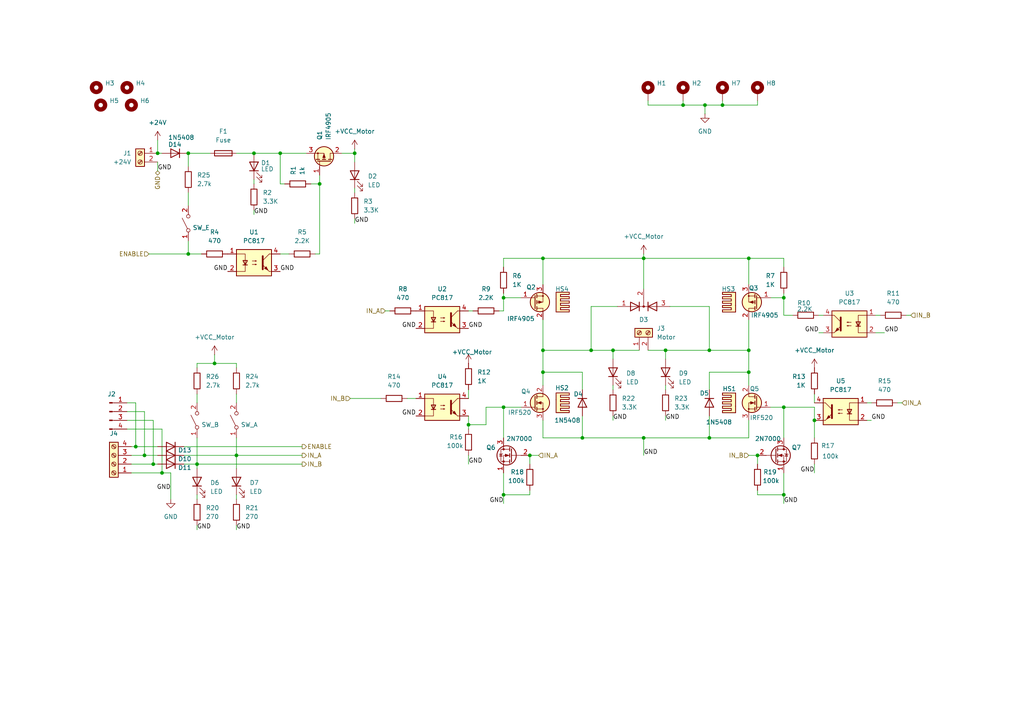
<source format=kicad_sch>
(kicad_sch (version 20231120) (generator "eeschema") (generator_version "8.0")
  (paper "A4")
  (lib_symbols
    (symbol "+24V_1" (power) (pin_numbers hide) (pin_names (offset 0) hide)
      (property "Value" "+24V" (at 0 3.556 0))
      (symbol "+24V_1_1_1"
        (pin power_in line (at 0 0 90) (length 0) (name "~") (number "1"))
      )
    )
    (symbol "Connector:Conn_01x04_Pin" (pin_names (offset 1.016) hide)
      (property "Reference" "J" (at 0 5.08 0))
      (property "Value" "Conn_01x04_Pin" (at 0 -7.62 0))
      (symbol "Conn_01x04_Pin_1_1"
        (pin passive line (at 5.08 2.54 180) (length 3.81) (name "Pin_1") (number "1"))
        (pin passive line (at 5.08 0 180) (length 3.81) (name "Pin_2") (number "2"))
        (pin passive line (at 5.08 -2.54 180) (length 3.81) (name "Pin_3") (number "3"))
        (pin passive line (at 5.08 -5.08 180) (length 3.81) (name "Pin_4") (number "4"))
      )
    )
    (symbol "Connector:Screw_Terminal_01x02" (pin_names (offset 1.016) hide)
      (property "Reference" "J" (at 0 2.54 0))
      (property "Value" "Screw_Terminal_01x02" (at 0 -5.08 0))
      (symbol "Screw_Terminal_01x02_1_1"
        (pin passive line (at -5.08 0 0) (length 3.81) (name "Pin_1") (number "1"))
        (pin passive line (at -5.08 -2.54 0) (length 3.81) (name "Pin_2") (number "2"))
      )
    )
    (symbol "Connector:Screw_Terminal_01x04" (pin_names (offset 1.016) hide)
      (property "Reference" "J" (at 0 5.08 0))
      (property "Value" "Screw_Terminal_01x04" (at 0 -7.62 0))
      (symbol "Screw_Terminal_01x04_1_1"
        (pin passive line (at -5.08 2.54 0) (length 3.81) (name "Pin_1") (number "1"))
        (pin passive line (at -5.08 0 0) (length 3.81) (name "Pin_2") (number "2"))
        (pin passive line (at -5.08 -2.54 0) (length 3.81) (name "Pin_3") (number "3"))
        (pin passive line (at -5.08 -5.08 0) (length 3.81) (name "Pin_4") (number "4"))
      )
    )
    (symbol "Device:D_Dual_CommonCathode_AAK" (pin_names (offset 0.762) hide)
      (property "Reference" "D3" (at 0 3.81 0))
      (symbol "D_Dual_CommonCathode_AAK_0_1"
        (pin passive line (at -7.62 0 0) (length 3.81) (name "A") (number "1"))
      )
      (symbol "D_Dual_CommonCathode_AAK_1_1"
        (pin passive line (at 0 -5.08 90) (length 2.54) (name "K") (number "2"))
        (pin passive line (at 7.62 0 180) (length 3.81) (name "A") (number "3"))
      )
    )
    (symbol "Device:Fuse" (pin_numbers hide) (pin_names (offset 0))
      (property "Reference" "F" (at 2.032 0 90))
      (property "Value" "Fuse" (at -1.905 0 90))
      (symbol "Fuse_1_1"
        (pin passive line (at 0 3.81 270) (length 1.27) (name "~") (number "1"))
        (pin passive line (at 0 -3.81 90) (length 1.27) (name "~") (number "2"))
      )
    )
    (symbol "Device:LED" (pin_numbers hide) (pin_names (offset 1.016) hide)
      (property "Reference" "D" (at 0 2.54 0))
      (property "Value" "LED" (at 0 -2.54 0))
      (symbol "LED_1_1"
        (pin passive line (at -3.81 0 0) (length 2.54) (name "K") (number "1"))
        (pin passive line (at 3.81 0 180) (length 2.54) (name "A") (number "2"))
      )
    )
    (symbol "Diode:1N4148" (pin_numbers hide) (pin_names hide)
      (property "Reference" "D" (at 0 2.54 0))
      (property "Value" "1N4148" (at 0 -2.54 0))
      (symbol "1N4148_1_1"
        (pin passive line (at -3.81 0 0) (length 2.54) (name "K") (number "1"))
        (pin passive line (at 3.81 0 180) (length 2.54) (name "A") (number "2"))
      )
    )
    (symbol "Diode:1N5406" (pin_numbers hide) (pin_names hide)
      (property "Reference" "D" (at 0 2.54 0))
      (property "Value" "1N5406" (at 0 -2.54 0))
      (symbol "1N5406_1_1"
        (pin passive line (at -3.81 0 0) (length 2.54) (name "K") (number "1"))
        (pin passive line (at 3.81 0 180) (length 2.54) (name "A") (number "2"))
      )
    )
    (symbol "Isolator:PC817" (pin_names (offset 1.016))
      (property "Reference" "U" (at -5.08 5.08 0))
      (property "Value" "PC817" (at 0 5.08 0))
      (symbol "PC817_1_1"
        (pin passive line (at -7.62 2.54 0) (length 2.54) (name "~") (number "1"))
        (pin passive line (at -7.62 -2.54 0) (length 2.54) (name "~") (number "2"))
        (pin passive line (at 7.62 -2.54 180) (length 2.54) (name "~") (number "3"))
        (pin passive line (at 7.62 2.54 180) (length 2.54) (name "~") (number "4"))
      )
    )
    (symbol "Mechanical:Heatsink" (pin_names (offset 1.016))
      (property "Reference" "HS" (at 0 5.08 0))
      (property "Value" "Heatsink" (at 0 -1.27 0))
    )
    (symbol "Mechanical:MountingHole" (pin_names (offset 1.016))
      (property "Reference" "H" (at 0 5.08 0))
      (property "Value" "MountingHole" (at 0 3.175 0))
    )
    (symbol "Mechanical:MountingHole_Pad" (pin_numbers hide) (pin_names (offset 1.016) hide)
      (property "Reference" "H" (at 0 6.35 0))
      (property "Value" "MountingHole_Pad" (at 0 4.445 0))
      (symbol "MountingHole_Pad_1_1"
        (pin input line (at 0 -2.54 90) (length 2.54) (name "1") (number "1"))
      )
    )
    (symbol "PCM_SL_Devices:Resistor_0.5W"
      (property "Reference" "R" (at 0 5.08 0))
      (property "Value" "Resistor_0.5W" (at 0 2.54 0))
      (symbol "Resistor_0.5W_1_1"
        (pin passive line (at -3.81 0 0) (length 1.5) (name "") (number "1"))
        (pin passive line (at 3.81 0 180) (length 1.5) (name "~") (number "2"))
      )
    )
    (symbol "PCM_Transistor_MOSFET_AKL:IRF4905" (pin_names hide)
      (property "Reference" "Q" (at 5.08 1.27 0))
      (property "Value" "IRF4905" (at 5.08 -1.27 0))
      (symbol "IRF4905_1_1"
        (pin input line (at -3.81 1.27 0) (length 2.54) (name "G") (number "1"))
        (pin passive line (at 2.54 -5.08 90) (length 2.54) (name "D") (number "2"))
        (pin passive line (at 2.54 5.08 270) (length 2.54) (name "S") (number "3"))
      )
    )
    (symbol "PCM_Transistor_MOSFET_AKL:IRF520" (pin_names hide)
      (property "Reference" "Q" (at 5.08 1.27 0))
      (property "Value" "IRF520" (at 5.08 -1.27 0))
      (symbol "IRF520_1_1"
        (pin input line (at -3.81 -1.27 0) (length 2.54) (name "G") (number "1"))
        (pin passive line (at 2.54 5.08 270) (length 2.54) (name "D") (number "2"))
        (pin passive line (at 2.54 -5.08 90) (length 2.54) (name "S") (number "3"))
      )
    )
    (symbol "Switch:SW_DPST_x2" (pin_names (offset 0) hide)
      (property "Reference" "SW" (at 0 3.175 0))
      (property "Value" "SW_DPST_x2" (at 0 -2.54 0))
      (symbol "SW_DPST_x2_1_1"
        (pin passive line (at -5.08 0 0) (length 2.54) (name "A") (number "1"))
        (pin passive line (at 5.08 0 180) (length 2.54) (name "B") (number "2"))
      )
      (symbol "SW_DPST_x2_2_1"
        (pin passive line (at -5.08 0 0) (length 2.54) (name "A") (number "3"))
        (pin passive line (at 5.08 0 180) (length 2.54) (name "B") (number "4"))
      )
    )
    (symbol "Transistor_FET:2N7000" (pin_names hide)
      (property "Reference" "Q" (at 5.08 1.905 0))
      (property "Value" "2N7000" (at 5.08 0 0))
      (symbol "2N7000_1_1"
        (pin passive line (at 2.54 -5.08 90) (length 2.54) (name "S") (number "1"))
        (pin input line (at -5.08 0 0) (length 2.54) (name "G") (number "2"))
        (pin passive line (at 2.54 5.08 270) (length 2.54) (name "D") (number "3"))
      )
    )
    (symbol "power:+24V" (power) (pin_names (offset 0))
      (property "Value" "+24V" (at 0 3.556 0))
      (symbol "+24V_1_1"
        (pin power_in line (at 0 0 90) (length 0) hide (name "+24V") (number "1"))
      )
    )
    (symbol "power:GND" (power) (pin_numbers hide) (pin_names (offset 0) hide)
      (property "Value" "GND" (at 0 -3.81 0))
      (symbol "GND_1_1"
        (pin power_in line (at 0 0 270) (length 0) (name "~") (number "1"))
      )
    )
  )
  (junction (at 146.05 86.36))
  (junction (at 193.04 101.6))
  (junction (at 227.33 118.11))
  (junction (at 186.69 74.93))
  (junction (at 171.45 101.6))
  (junction (at 153.67 132.08))
  (junction (at 227.33 86.36))
  (junction (at 57.15 134.62))
  (junction (at 54.61 73.66))
  (junction (at 177.8 101.6))
  (junction (at 41.91 132.08))
  (junction (at 227.33 143.51))
  (junction (at 46.99 137.16))
  (junction (at 205.74 127))
  (junction (at 54.61 44.45))
  (junction (at 102.87 44.45))
  (junction (at 168.91 127))
  (junction (at 39.37 129.54))
  (junction (at 205.74 101.6))
  (junction (at 92.71 53.34))
  (junction (at 217.17 74.93))
  (junction (at 157.48 101.6))
  (junction (at 44.45 134.62))
  (junction (at 146.05 118.11))
  (junction (at 186.69 127))
  (junction (at 81.28 44.45))
  (junction (at 236.22 121.92))
  (junction (at 204.47 30.48))
  (junction (at 217.17 101.6))
  (junction (at 146.05 143.51))
  (junction (at 217.17 107.95))
  (junction (at 68.58 132.08))
  (junction (at 73.66 44.45))
  (junction (at 45.72 44.45))
  (junction (at 135.89 123.19))
  (junction (at 198.12 30.48))
  (junction (at 209.55 30.48))
  (junction (at 157.48 74.93))
  (junction (at 62.23 105.41))
  (junction (at 157.48 107.95))
  (junction (at 219.71 132.08))
  (wire (pts (xy 223.52 118.11) (xy 227.33 118.11)))
  (wire (pts (xy 45.72 40.64) (xy 45.72 44.45)))
  (wire (pts (xy 53.34 129.54) (xy 87.63 129.54)))
  (wire (pts (xy 102.87 44.45) (xy 102.87 46.99)))
  (wire (pts (xy 57.15 105.41) (xy 62.23 105.41)))
  (wire (pts (xy 157.48 92.71) (xy 157.48 101.6)))
  (wire (pts (xy 205.74 88.9) (xy 205.74 101.6)))
  (wire (pts (xy 57.15 152.4) (xy 57.15 153.67)))
  (wire (pts (xy 262.89 91.44) (xy 264.16 91.44)))
  (wire (pts (xy 146.05 118.11) (xy 151.13 118.11)))
  (wire (pts (xy 205.74 127) (xy 205.74 120.65)))
  (wire (pts (xy 157.48 127) (xy 168.91 127)))
  (wire (pts (xy 135.89 113.03) (xy 135.89 115.57)))
  (wire (pts (xy 46.99 137.16) (xy 49.53 137.16)))
  (wire (pts (xy 217.17 92.71) (xy 217.17 101.6)))
  (wire (pts (xy 171.45 101.6) (xy 177.8 101.6)))
  (wire (pts (xy 187.96 101.6) (xy 193.04 101.6)))
  (wire (pts (xy 217.17 107.95) (xy 217.17 111.76)))
  (wire (pts (xy 153.67 132.08) (xy 156.21 132.08)))
  (wire (pts (xy 54.61 69.85) (xy 54.61 73.66)))
  (wire (pts (xy 187.96 30.48) (xy 198.12 30.48)))
  (wire (pts (xy 38.1 137.16) (xy 46.99 137.16)))
  (wire (pts (xy 68.58 105.41) (xy 68.58 106.68)))
  (wire (pts (xy 68.58 132.08) (xy 68.58 135.89)))
  (wire (pts (xy 99.06 44.45) (xy 102.87 44.45)))
  (wire (pts (xy 39.37 129.54) (xy 38.1 129.54)))
  (wire (pts (xy 101.6 115.57) (xy 110.49 115.57)))
  (wire (pts (xy 227.33 85.09) (xy 227.33 86.36)))
  (wire (pts (xy 177.8 101.6) (xy 185.42 101.6)))
  (wire (pts (xy 140.97 123.19) (xy 140.97 118.11)))
  (wire (pts (xy 88.9 44.45) (xy 81.28 44.45)))
  (wire (pts (xy 179.07 88.9) (xy 171.45 88.9)))
  (wire (pts (xy 223.52 86.36) (xy 227.33 86.36)))
  (wire (pts (xy 73.66 44.45) (xy 81.28 44.45)))
  (wire (pts (xy 217.17 74.93) (xy 227.33 74.93)))
  (wire (pts (xy 49.53 137.16) (xy 49.53 144.78)))
  (wire (pts (xy 62.23 102.87) (xy 62.23 105.41)))
  (wire (pts (xy 227.33 137.16) (xy 227.33 143.51)))
  (wire (pts (xy 73.66 52.07) (xy 73.66 53.34)))
  (wire (pts (xy 62.23 105.41) (xy 68.58 105.41)))
  (wire (pts (xy 204.47 30.48) (xy 209.55 30.48)))
  (wire (pts (xy 53.34 134.62) (xy 57.15 134.62)))
  (wire (pts (xy 90.17 53.34) (xy 92.71 53.34)))
  (wire (pts (xy 135.89 120.65) (xy 135.89 123.19)))
  (wire (pts (xy 54.61 44.45) (xy 54.61 48.26)))
  (wire (pts (xy 187.96 29.21) (xy 187.96 30.48)))
  (wire (pts (xy 219.71 132.08) (xy 219.71 134.62)))
  (wire (pts (xy 168.91 127) (xy 168.91 120.65)))
  (wire (pts (xy 45.72 132.08) (xy 41.91 132.08)))
  (wire (pts (xy 157.48 101.6) (xy 157.48 107.95)))
  (wire (pts (xy 177.8 120.65) (xy 177.8 121.92)))
  (wire (pts (xy 57.15 135.89) (xy 57.15 134.62)))
  (wire (pts (xy 157.48 107.95) (xy 168.91 107.95)))
  (wire (pts (xy 44.45 134.62) (xy 38.1 134.62)))
  (wire (pts (xy 260.35 116.84) (xy 261.62 116.84)))
  (wire (pts (xy 45.72 129.54) (xy 39.37 129.54)))
  (wire (pts (xy 118.11 115.57) (xy 120.65 115.57)))
  (wire (pts (xy 227.33 143.51) (xy 227.33 146.05)))
  (wire (pts (xy 238.76 91.44) (xy 237.49 91.44)))
  (wire (pts (xy 255.27 91.44) (xy 254 91.44)))
  (wire (pts (xy 135.89 90.17) (xy 137.16 90.17)))
  (wire (pts (xy 205.74 101.6) (xy 217.17 101.6)))
  (wire (pts (xy 45.72 46.99) (xy 45.72 49.53)))
  (wire (pts (xy 68.58 44.45) (xy 73.66 44.45)))
  (wire (pts (xy 254 96.52) (xy 256.54 96.52)))
  (wire (pts (xy 140.97 118.11) (xy 146.05 118.11)))
  (wire (pts (xy 68.58 114.3) (xy 68.58 116.84)))
  (wire (pts (xy 217.17 107.95) (xy 205.74 107.95)))
  (wire (pts (xy 135.89 123.19) (xy 135.89 124.46)))
  (wire (pts (xy 193.04 101.6) (xy 193.04 104.14)))
  (wire (pts (xy 227.33 74.93) (xy 227.33 77.47)))
  (wire (pts (xy 36.83 116.84) (xy 39.37 116.84)))
  (wire (pts (xy 146.05 137.16) (xy 146.05 143.51)))
  (wire (pts (xy 217.17 127) (xy 205.74 127)))
  (wire (pts (xy 168.91 127) (xy 186.69 127)))
  (wire (pts (xy 81.28 44.45) (xy 81.28 53.34)))
  (wire (pts (xy 219.71 142.24) (xy 219.71 143.51)))
  (wire (pts (xy 45.72 44.45) (xy 46.99 44.45)))
  (wire (pts (xy 146.05 118.11) (xy 146.05 127)))
  (wire (pts (xy 157.48 107.95) (xy 157.48 111.76)))
  (wire (pts (xy 146.05 74.93) (xy 146.05 77.47)))
  (wire (pts (xy 204.47 30.48) (xy 204.47 33.02)))
  (wire (pts (xy 236.22 121.92) (xy 236.22 118.11)))
  (wire (pts (xy 157.48 74.93) (xy 157.48 82.55)))
  (wire (pts (xy 227.33 86.36) (xy 227.33 91.44)))
  (wire (pts (xy 57.15 127) (xy 57.15 134.62)))
  (wire (pts (xy 209.55 30.48) (xy 219.71 30.48)))
  (wire (pts (xy 102.87 43.18) (xy 102.87 44.45)))
  (wire (pts (xy 146.05 143.51) (xy 146.05 146.05)))
  (wire (pts (xy 177.8 101.6) (xy 177.8 104.14)))
  (wire (pts (xy 41.91 119.38) (xy 41.91 132.08)))
  (wire (pts (xy 45.72 134.62) (xy 44.45 134.62)))
  (wire (pts (xy 44.45 121.92) (xy 44.45 134.62)))
  (wire (pts (xy 91.44 73.66) (xy 92.71 73.66)))
  (wire (pts (xy 227.33 118.11) (xy 236.22 118.11)))
  (wire (pts (xy 186.69 74.93) (xy 217.17 74.93)))
  (wire (pts (xy 171.45 88.9) (xy 171.45 101.6)))
  (wire (pts (xy 219.71 29.21) (xy 219.71 30.48)))
  (wire (pts (xy 193.04 111.76) (xy 193.04 113.03)))
  (wire (pts (xy 146.05 74.93) (xy 157.48 74.93)))
  (wire (pts (xy 177.8 111.76) (xy 177.8 113.03)))
  (wire (pts (xy 157.48 101.6) (xy 171.45 101.6)))
  (wire (pts (xy 236.22 134.62) (xy 236.22 137.16)))
  (wire (pts (xy 57.15 134.62) (xy 87.63 134.62)))
  (wire (pts (xy 194.31 88.9) (xy 205.74 88.9)))
  (wire (pts (xy 36.83 124.46) (xy 46.99 124.46)))
  (wire (pts (xy 135.89 123.19) (xy 140.97 123.19)))
  (wire (pts (xy 193.04 120.65) (xy 193.04 121.92)))
  (wire (pts (xy 135.89 132.08) (xy 135.89 134.62)))
  (wire (pts (xy 237.49 96.52) (xy 238.76 96.52)))
  (wire (pts (xy 227.33 118.11) (xy 227.33 127)))
  (wire (pts (xy 186.69 127) (xy 205.74 127)))
  (wire (pts (xy 157.48 121.92) (xy 157.48 127)))
  (wire (pts (xy 41.91 132.08) (xy 38.1 132.08)))
  (wire (pts (xy 227.33 143.51) (xy 219.71 143.51)))
  (wire (pts (xy 73.66 60.96) (xy 73.66 62.23)))
  (wire (pts (xy 68.58 143.51) (xy 68.58 144.78)))
  (wire (pts (xy 153.67 132.08) (xy 153.67 134.62)))
  (wire (pts (xy 146.05 85.09) (xy 146.05 86.36)))
  (wire (pts (xy 102.87 54.61) (xy 102.87 55.88)))
  (wire (pts (xy 92.71 53.34) (xy 92.71 73.66)))
  (wire (pts (xy 111.76 90.17) (xy 113.03 90.17)))
  (wire (pts (xy 204.47 30.48) (xy 198.12 30.48)))
  (wire (pts (xy 153.67 142.24) (xy 153.67 143.51)))
  (wire (pts (xy 39.37 116.84) (xy 39.37 129.54)))
  (wire (pts (xy 36.83 121.92) (xy 44.45 121.92)))
  (wire (pts (xy 193.04 101.6) (xy 205.74 101.6)))
  (wire (pts (xy 146.05 86.36) (xy 151.13 86.36)))
  (wire (pts (xy 251.46 116.84) (xy 252.73 116.84)))
  (wire (pts (xy 198.12 29.21) (xy 198.12 30.48)))
  (wire (pts (xy 54.61 44.45) (xy 60.96 44.45)))
  (wire (pts (xy 92.71 53.34) (xy 92.71 50.8)))
  (wire (pts (xy 209.55 29.21) (xy 209.55 30.48)))
  (wire (pts (xy 217.17 74.93) (xy 217.17 82.55)))
  (wire (pts (xy 68.58 132.08) (xy 87.63 132.08)))
  (wire (pts (xy 68.58 127) (xy 68.58 132.08)))
  (wire (pts (xy 36.83 119.38) (xy 41.91 119.38)))
  (wire (pts (xy 81.28 73.66) (xy 83.82 73.66)))
  (wire (pts (xy 68.58 152.4) (xy 68.58 153.67)))
  (wire (pts (xy 57.15 143.51) (xy 57.15 144.78)))
  (wire (pts (xy 217.17 101.6) (xy 217.17 107.95)))
  (wire (pts (xy 43.18 73.66) (xy 54.61 73.66)))
  (wire (pts (xy 186.69 127) (xy 186.69 132.08)))
  (wire (pts (xy 251.46 121.92) (xy 252.73 121.92)))
  (wire (pts (xy 217.17 121.92) (xy 217.17 127)))
  (wire (pts (xy 102.87 63.5) (xy 102.87 64.77)))
  (wire (pts (xy 46.99 124.46) (xy 46.99 137.16)))
  (wire (pts (xy 186.69 73.66) (xy 186.69 74.93)))
  (wire (pts (xy 144.78 90.17) (xy 146.05 90.17)))
  (wire (pts (xy 53.34 132.08) (xy 68.58 132.08)))
  (wire (pts (xy 219.71 132.08) (xy 217.17 132.08)))
  (wire (pts (xy 146.05 143.51) (xy 153.67 143.51)))
  (wire (pts (xy 205.74 107.95) (xy 205.74 113.03)))
  (wire (pts (xy 157.48 74.93) (xy 186.69 74.93)))
  (wire (pts (xy 57.15 116.84) (xy 57.15 114.3)))
  (wire (pts (xy 236.22 114.3) (xy 236.22 116.84)))
  (wire (pts (xy 146.05 86.36) (xy 146.05 90.17)))
  (wire (pts (xy 81.28 53.34) (xy 82.55 53.34)))
  (wire (pts (xy 54.61 73.66) (xy 58.42 73.66)))
  (wire (pts (xy 57.15 106.68) (xy 57.15 105.41)))
  (wire (pts (xy 54.61 55.88) (xy 54.61 59.69)))
  (wire (pts (xy 186.69 74.93) (xy 186.69 83.82)))
  (wire (pts (xy 168.91 107.95) (xy 168.91 113.03)))
  (wire (pts (xy 236.22 121.92) (xy 236.22 127)))
  (wire (pts (xy 227.33 91.44) (xy 229.87 91.44)))
  (label "GND" (at 256.54 96.52 0))
  (label "GND" (at 49.53 142.24 180))
  (label "GND" (at 227.33 146.05 0))
  (label "GND" (at 102.87 64.77 0))
  (label "GND" (at 120.65 95.25 180))
  (label "GND" (at 120.65 120.65 180))
  (label "GND" (at 135.89 134.62 0))
  (label "GND" (at 66.04 78.74 180))
  (label "GND" (at 146.05 146.05 180))
  (label "GND" (at 57.15 153.67 0))
  (label "GND" (at 252.73 121.92 0))
  (label "GND" (at 45.72 49.53 0))
  (label "GND" (at 68.58 153.67 0))
  (label "GND" (at 135.89 95.25 0))
  (label "GND" (at 236.22 137.16 180))
  (label "GND" (at 193.04 121.92 0))
  (label "GND" (at 81.28 78.74 0))
  (label "GND" (at 186.69 132.08 0))
  (label "GND" (at 177.8 121.92 0))
  (label "GND" (at 237.49 96.52 180))
  (label "GND" (at 73.66 62.23 0))
  (hierarchical_label "IN_B" (shape input) (at 217.17 132.08 180))
  (hierarchical_label "IN_B" (shape output) (at 87.63 134.62 0))
  (hierarchical_label "IN_A" (shape input) (at 156.21 132.08 0))
  (hierarchical_label "IN_B" (shape input) (at 264.16 91.44 0))
  (hierarchical_label "GND" (shape bidirectional) (at 45.72 49.53 270))
  (hierarchical_label "ENABLE" (shape input) (at 43.18 73.66 180))
  (hierarchical_label "IN_B" (shape input) (at 101.6 115.57 180))
  (hierarchical_label "ENABLE" (shape output) (at 87.63 129.54 0))
  (hierarchical_label "IN_A" (shape output) (at 87.63 132.08 0))
  (hierarchical_label "IN_A" (shape input) (at 261.62 116.84 0))
  (hierarchical_label "IN_A" (shape input) (at 111.76 90.17 180))
  (symbol (lib_id "Mechanical:MountingHole_Pad") (at 198.12 26.67 0) (unit 1)
    (property "Reference" "H2" (at 200.66 24.1299 0) (effects (justify left)))
    (property "Value" "Probe_GND" (effects (hide yes)))
    (property "Footprint" "Holes:Hole_1mm_Scope" (effects (hide yes)))
    (property "Description" "Mounting Hole with connection" (effects (hide yes)))
  )
  (symbol (lib_id "PCM_SL_Devices:Resistor_0.5W") (at 114.3 115.57 0) (unit 1)
    (property "Reference" "R14" (at 114.3 109.22 0))
    (property "Value" "470" (at 114.3 111.76 0))
    (property "Footprint" "Resistor_THT:R_Axial_DIN0207_L6.3mm_D2.5mm_P7.62mm_Horizontal" (effects (hide yes)))
  )
  (symbol (lib_id "PCM_SL_Devices:Resistor_0.5W") (at 177.8 116.84 270) (unit 1)
    (property "Reference" "R22" (at 180.34 115.57 90) (effects (justify left)))
    (property "Value" "3.3K" (at 180.34 118.11 90) (effects (justify left)))
    (property "Footprint" "Resistor_THT:R_Axial_DIN0207_L6.3mm_D2.5mm_P7.62mm_Horizontal" (effects (hide yes)))
  )
  (symbol (lib_id "PCM_SL_Devices:Resistor_0.5W") (at 236.22 110.49 90) (mirror x) (unit 1)
    (property "Reference" "R13" (at 233.68 109.22 90) (effects (justify left)))
    (property "Value" "1K" (at 233.68 111.76 90) (effects (justify left)))
    (property "Footprint" "Resistor_THT:R_Axial_DIN0207_L6.3mm_D2.5mm_P7.62mm_Horizontal" (effects (hide yes)))
  )
  (symbol (lib_id "Mechanical:MountingHole_Pad") (at 187.96 26.67 0) (unit 1)
    (property "Reference" "H1" (at 190.5 24.1299 0) (effects (justify left)))
    (property "Value" "Probe_GND" (effects (hide yes)))
    (property "Footprint" "Holes:Hole_1mm_Scope" (effects (hide yes)))
    (property "Description" "Mounting Hole with connection" (effects (hide yes)))
  )
  (symbol (lib_id "Transistor_FET:2N7000") (at 148.59 132.08 0) (mirror y) (unit 1)
    (property "Reference" "Q6" (at 143.764 129.794 0) (effects (justify left)))
    (property "Value" "2N7000" (at 154.432 127.254 0) (effects (justify left)))
    (property "Footprint" "Package_TO_SOT_THT:TO-92_Inline" (effects (hide yes)))
    (property "Datasheet" "https://www.vishay.com/docs/70226/70226.pdf" (effects (hide yes)))
    (property "Description" "0.2A Id, 200V Vds, N-Channel MOSFET, 2.6V Logic Level, TO-92" (effects (hide yes)))
  )
  (symbol (lib_id "Transistor_FET:2N7000") (at 224.79 132.08 0) (unit 1)
    (property "Reference" "Q7" (at 229.616 129.794 0) (effects (justify left)))
    (property "Value" "2N7000" (at 218.948 127.254 0) (effects (justify left)))
    (property "Footprint" "Package_TO_SOT_THT:TO-92_Inline" (effects (hide yes)))
    (property "Datasheet" "https://www.vishay.com/docs/70226/70226.pdf" (effects (hide yes)))
    (property "Description" "0.2A Id, 200V Vds, N-Channel MOSFET, 2.6V Logic Level, TO-92" (effects (hide yes)))
  )
  (symbol (lib_id "Mechanical:Heatsink") (at 161.29 116.84 270) (unit 1)
    (property "Reference" "HS2" (at 161.036 112.522 90) (effects (justify left)))
    (property "Value" "Heatsink" (effects (hide yes)))
    (property "Footprint" "HeatSink:HeastSink_MOSFET_15mm_10mm_20mm" (effects (hide yes)))
    (property "Description" "Heatsink" (effects (hide yes)))
  )
  (symbol (lib_id "PCM_SL_Devices:Resistor_0.5W") (at 233.68 91.44 0) (mirror y) (unit 1)
    (property "Reference" "R10" (at 233.172 87.884 0))
    (property "Value" "2.2K" (at 233.426 89.662 0))
    (property "Footprint" "Resistor_THT:R_Axial_DIN0207_L6.3mm_D2.5mm_P7.62mm_Horizontal" (effects (hide yes)))
  )
  (symbol (lib_id "PCM_SL_Devices:Resistor_0.5W") (at 62.23 73.66 0) (unit 1)
    (property "Reference" "R4" (at 62.23 67.31 0))
    (property "Value" "470" (at 62.23 69.85 0))
    (property "Footprint" "Resistor_THT:R_Axial_DIN0207_L6.3mm_D2.5mm_P7.62mm_Horizontal" (effects (hide yes)))
  )
  (symbol (lib_id "Device:LED") (at 193.04 107.95 90) (unit 1)
    (property "Reference" "D9" (at 196.85 108.2674 90) (effects (justify right)))
    (property "Value" "LED" (at 196.85 110.8074 90) (effects (justify right)))
    (property "Footprint" "LED_THT:LED_D3.0mm" (effects (hide yes)))
  )
  (symbol (lib_id "PCM_SL_Devices:Resistor_0.5W") (at 116.84 90.17 0) (unit 1)
    (property "Reference" "R8" (at 116.84 83.82 0))
    (property "Value" "470" (at 116.84 86.36 0))
    (property "Footprint" "Resistor_THT:R_Axial_DIN0207_L6.3mm_D2.5mm_P7.62mm_Horizontal" (effects (hide yes)))
  )
  (symbol (lib_id "Isolator:PC817") (at 128.27 92.71 0) (unit 1)
    (property "Reference" "U2" (at 128.27 83.82 0))
    (property "Value" "PC817" (at 128.27 86.36 0))
    (property "Footprint" "Package_DIP:DIP-4_W7.62mm" (effects (hide yes)))
    (property "Datasheet" "http://www.soselectronic.cz/a_info/resource/d/pc817.pdf" (effects (hide yes)))
  )
  (symbol (lib_id "Switch:SW_DPST_x2") (at 54.61 64.77 90) (unit 1)
    (property "Reference" "SW3" (effects (hide yes)))
    (property "Value" "SW_E" (at 55.88 66.0399 90) (effects (justify right)))
    (property "Footprint" "Button_Switch_THT:SW_PUSH_6mm_H8mm" (effects (hide yes)))
    (property "Description" "Single Pole Single Throw (SPST) switch, separate symbol" (effects (hide yes)))
  )
  (symbol (lib_id "Mechanical:MountingHole") (at 29.21 30.48 0) (unit 1)
    (property "Reference" "H5" (at 31.75 29.2099 0) (effects (justify left)))
    (property "Value" "MountingHole" (effects (hide yes)))
    (property "Footprint" "MountingHole:MountingHole_3mm" (effects (hide yes)))
    (property "Description" "Mounting Hole without connection" (effects (hide yes)))
  )
  (symbol (lib_id "PCM_SL_Devices:Resistor_0.5W") (at 140.97 90.17 0) (unit 1)
    (property "Reference" "R9" (at 140.97 83.82 0))
    (property "Value" "2.2K" (at 140.97 86.36 0))
    (property "Footprint" "Resistor_THT:R_Axial_DIN0207_L6.3mm_D2.5mm_P7.62mm_Horizontal" (effects (hide yes)))
  )
  (symbol (lib_id "PCM_SL_Devices:Resistor_0.5W") (at 219.71 138.43 90) (mirror x) (unit 1)
    (property "Reference" "R19" (at 225.298 136.906 90) (effects (justify left)))
    (property "Value" "100k" (at 226.06 139.446 90) (effects (justify left)))
    (property "Footprint" "Resistor_THT:R_Axial_DIN0207_L6.3mm_D2.5mm_P7.62mm_Horizontal" (effects (hide yes)))
  )
  (symbol (lib_id "Mechanical:Heatsink") (at 213.36 116.84 90) (unit 1)
    (property "Reference" "HS1" (at 209.55 112.776 90) (effects (justify right)))
    (property "Value" "Heatsink" (effects (hide yes)))
    (property "Footprint" "HeatSink:HeastSink_MOSFET_15mm_10mm_20mm" (effects (hide yes)))
    (property "Description" "Heatsink" (effects (hide yes)))
  )
  (symbol (lib_id "PCM_SL_Devices:Resistor_0.5W") (at 73.66 57.15 270) (unit 1)
    (property "Reference" "R2" (at 76.2 55.88 90) (effects (justify left)))
    (property "Value" "3.3K" (at 76.2 58.42 90) (effects (justify left)))
    (property "Footprint" "Resistor_THT:R_Axial_DIN0207_L6.3mm_D2.5mm_P7.62mm_Horizontal" (effects (hide yes)))
  )
  (symbol (lib_id "Mechanical:Heatsink") (at 161.29 87.63 270) (unit 1)
    (property "Reference" "HS4" (at 161.036 83.82 90) (effects (justify left)))
    (property "Value" "Heatsink" (effects (hide yes)))
    (property "Footprint" "HeatSink:HeastSink_MOSFET_15mm_10mm_20mm" (effects (hide yes)))
    (property "Description" "Heatsink" (effects (hide yes)))
  )
  (symbol (lib_id "PCM_SL_Devices:Resistor_0.5W") (at 153.67 138.43 270) (unit 1)
    (property "Reference" "R18" (at 148.082 136.906 90) (effects (justify left)))
    (property "Value" "100k" (at 147.32 139.446 90) (effects (justify left)))
    (property "Footprint" "Resistor_THT:R_Axial_DIN0207_L6.3mm_D2.5mm_P7.62mm_Horizontal" (effects (hide yes)))
  )
  (symbol (lib_name "+24V_1") (lib_id "power:+24V") (at 236.22 106.68 0) (mirror y) (unit 1)
    (property "Reference" "#PWR06" (effects (hide yes)))
    (property "Value" "+VCC_Motor" (at 236.22 101.6 0))
    (property "Description" "Power symbol creates a global label with name \"+24V\"" (effects (hide yes)))
  )
  (symbol (lib_id "Isolator:PC817") (at 128.27 118.11 0) (unit 1)
    (property "Reference" "U4" (at 128.27 109.22 0))
    (property "Value" "PC817" (at 128.27 111.76 0))
    (property "Footprint" "Package_DIP:DIP-4_W7.62mm" (effects (hide yes)))
    (property "Datasheet" "http://www.soselectronic.cz/a_info/resource/d/pc817.pdf" (effects (hide yes)))
  )
  (symbol (lib_id "PCM_SL_Devices:Resistor_0.5W") (at 256.54 116.84 0) (mirror x) (unit 1)
    (property "Reference" "R15" (at 256.54 110.49 0))
    (property "Value" "470" (at 256.54 113.03 0))
    (property "Footprint" "Resistor_THT:R_Axial_DIN0207_L6.3mm_D2.5mm_P7.62mm_Horizontal" (effects (hide yes)))
  )
  (symbol (lib_id "Connector:Conn_01x04_Pin") (at 31.75 119.38 0) (unit 1)
    (property "Reference" "J2" (at 32.385 114.3 0))
    (property "Value" "PinHeader_Control" (effects (hide yes)))
    (property "Footprint" "Connector_PinHeader_2.54mm:PinHeader_1x04_P2.54mm_Vertical" (effects (hide yes)))
    (property "Description" "Generic connector, single row, 01x04, script generated" (effects (hide yes)))
  )
  (symbol (lib_name "+24V_1") (lib_id "power:+24V") (at 186.69 73.66 0) (unit 1)
    (property "Reference" "#PWR03" (effects (hide yes)))
    (property "Value" "+VCC_Motor" (at 186.69 68.58 0))
    (property "Description" "Power symbol creates a global label with name \"+24V\"" (effects (hide yes)))
  )
  (symbol (lib_name "+24V_1") (lib_id "power:+24V") (at 62.23 102.87 0) (unit 1)
    (property "Reference" "#PWR08" (effects (hide yes)))
    (property "Value" "+VCC_Motor" (at 62.23 97.79 0))
    (property "Description" "Power symbol creates a global label with name \"+24V\"" (effects (hide yes)))
  )
  (symbol (lib_id "PCM_Transistor_MOSFET_AKL:IRF4905") (at 93.98 46.99 90) (unit 1)
    (property "Reference" "Q1" (at 92.71 40.64 0) (effects (justify left)))
    (property "Value" "IRF4905" (at 95.25 40.64 0) (effects (justify left)))
    (property "Footprint" "Package_TO_SOT_THT:TO-220-3_Vertical" (effects (hide yes)))
    (property "Datasheet" "https://www.tme.eu/Document/6b5423f4bc207bf599b8e5a57c2f701a/irf4905.pdf" (effects (hide yes)))
  )
  (symbol (lib_id "PCM_SL_Devices:Resistor_0.5W") (at 54.61 52.07 270) (unit 1)
    (property "Reference" "R25" (at 57.15 50.8 90) (effects (justify left)))
    (property "Value" "2.7k" (at 57.15 53.34 90) (effects (justify left)))
    (property "Footprint" "Resistor_THT:R_Axial_DIN0207_L6.3mm_D2.5mm_P7.62mm_Horizontal" (effects (hide yes)))
  )
  (symbol (lib_id "Connector:Screw_Terminal_01x02") (at 185.42 96.52 90) (unit 1)
    (property "Reference" "J3" (at 190.5 95.2499 90) (effects (justify right)))
    (property "Value" "Motor" (at 190.5 97.7899 90) (effects (justify right)))
    (property "Footprint" "TerminalBlock_Phoenix:TerminalBlock_Phoenix_MKDS-3-2-5.08_1x02_P5.08mm_Horizontal" (effects (hide yes)))
  )
  (symbol (lib_id "Diode:1N5406") (at 205.74 116.84 90) (mirror x) (unit 1)
    (property "Reference" "D5" (at 202.946 114.046 90) (effects (justify right)))
    (property "Value" "1N5408" (at 204.724 122.428 90) (effects (justify right)))
    (property "Footprint" "Diode_THT:D_DO-201AD_P15.24mm_Horizontal" (effects (hide yes)))
    (property "Datasheet" "http://www.vishay.com/docs/88516/1n5400.pdf" (effects (hide yes)))
    (property "Sim.Device" "D" (effects (hide yes)))
    (property "Sim.Pins" "1=K 2=A" (effects (hide yes)))
  )
  (symbol (lib_id "Mechanical:MountingHole_Pad") (at 219.71 26.67 0) (unit 1)
    (property "Reference" "H8" (at 222.25 24.1299 0) (effects (justify left)))
    (property "Value" "Probe_GND" (effects (hide yes)))
    (property "Footprint" "Holes:Hole_1mm_Scope" (effects (hide yes)))
    (property "Description" "Mounting Hole with connection" (effects (hide yes)))
  )
  (symbol (lib_id "PCM_Transistor_MOSFET_AKL:IRF520") (at 154.94 116.84 0) (unit 1)
    (property "Reference" "Q4" (at 151.13 113.538 0) (effects (justify left)))
    (property "Value" "IRF520" (at 147.32 119.634 0) (effects (justify left)))
    (property "Footprint" "Package_TO_SOT_THT:TO-220-3_Vertical" (effects (hide yes)))
    (property "Datasheet" "https://www.tme.eu/Document/f92e3a72a387abb9a14eed6a0b9ccfe0/IRF520PBF.pdf" (effects (hide yes)))
  )
  (symbol (lib_id "PCM_SL_Devices:Resistor_0.5W") (at 135.89 128.27 270) (unit 1)
    (property "Reference" "R16" (at 130.302 126.746 90) (effects (justify left)))
    (property "Value" "100k" (at 129.54 129.286 90) (effects (justify left)))
    (property "Footprint" "Resistor_THT:R_Axial_DIN0207_L6.3mm_D2.5mm_P7.62mm_Horizontal" (effects (hide yes)))
  )
  (symbol (lib_id "PCM_SL_Devices:Resistor_0.5W") (at 227.33 81.28 90) (mirror x) (unit 1)
    (property "Reference" "R7" (at 224.79 80.01 90) (effects (justify left)))
    (property "Value" "1K" (at 224.79 82.55 90) (effects (justify left)))
    (property "Footprint" "Resistor_THT:R_Axial_DIN0207_L6.3mm_D2.5mm_P7.62mm_Horizontal" (effects (hide yes)))
  )
  (symbol (lib_id "PCM_SL_Devices:Resistor_0.5W") (at 193.04 116.84 270) (unit 1)
    (property "Reference" "R23" (at 195.58 115.57 90) (effects (justify left)))
    (property "Value" "3.3K" (at 195.58 118.11 90) (effects (justify left)))
    (property "Footprint" "Resistor_THT:R_Axial_DIN0207_L6.3mm_D2.5mm_P7.62mm_Horizontal" (effects (hide yes)))
  )
  (symbol (lib_name "+24V_1") (lib_id "power:+24V") (at 102.87 43.18 0) (unit 1)
    (property "Reference" "#PWR02" (effects (hide yes)))
    (property "Value" "+VCC_Motor" (at 102.87 38.1 0))
    (property "Description" "Power symbol creates a global label with name \"+24V\"" (effects (hide yes)))
  )
  (symbol (lib_id "PCM_SL_Devices:Resistor_0.5W") (at 236.22 130.81 90) (mirror x) (unit 1)
    (property "Reference" "R17" (at 242.062 129.286 90) (effects (justify left)))
    (property "Value" "100k" (at 243.332 132.334 90) (effects (justify left)))
    (property "Footprint" "Resistor_THT:R_Axial_DIN0207_L6.3mm_D2.5mm_P7.62mm_Horizontal" (effects (hide yes)))
  )
  (symbol (lib_id "PCM_SL_Devices:Resistor_0.5W") (at 86.36 53.34 180) (unit 1)
    (property "Reference" "R1" (at 85.0899 50.8 90) (effects (justify right)))
    (property "Value" "1k" (at 87.6299 50.8 90) (effects (justify right)))
    (property "Footprint" "Resistor_THT:R_Axial_DIN0207_L6.3mm_D2.5mm_P7.62mm_Horizontal" (effects (hide yes)))
  )
  (symbol (lib_id "Diode:1N4148") (at 49.53 134.62 180) (unit 1)
    (property "Reference" "D11" (at 53.594 135.636 0))
    (property "Value" "1N4148" (effects (hide yes)))
    (property "Footprint" "Diode_THT:D_DO-35_SOD27_P7.62mm_Horizontal" (effects (hide yes)))
    (property "Datasheet" "https://assets.nexperia.com/documents/data-sheet/1N4148_1N4448.pdf" (effects (hide yes)))
    (property "Description" "100V 0.15A standard switching diode, DO-35" (effects (hide yes)))
    (property "Sim.Device" "D" (effects (hide yes)))
    (property "Sim.Pins" "1=K 2=A" (effects (hide yes)))
  )
  (symbol (lib_id "Diode:1N4148") (at 49.53 129.54 180) (unit 1)
    (property "Reference" "D13" (at 53.594 130.556 0))
    (property "Value" "1N4148" (effects (hide yes)))
    (property "Footprint" "Diode_THT:D_DO-35_SOD27_P7.62mm_Horizontal" (effects (hide yes)))
    (property "Datasheet" "https://assets.nexperia.com/documents/data-sheet/1N4148_1N4448.pdf" (effects (hide yes)))
    (property "Description" "100V 0.15A standard switching diode, DO-35" (effects (hide yes)))
    (property "Sim.Device" "D" (effects (hide yes)))
    (property "Sim.Pins" "1=K 2=A" (effects (hide yes)))
  )
  (symbol (lib_id "PCM_SL_Devices:Resistor_0.5W") (at 57.15 148.59 270) (unit 1)
    (property "Reference" "R20" (at 59.69 147.32 90) (effects (justify left)))
    (property "Value" "270" (at 59.69 149.86 90) (effects (justify left)))
    (property "Footprint" "Resistor_THT:R_Axial_DIN0207_L6.3mm_D2.5mm_P7.62mm_Horizontal" (effects (hide yes)))
  )
  (symbol (lib_id "Switch:SW_DPST_x2") (at 57.15 121.92 90) (unit 1)
    (property "Reference" "SW1" (effects (hide yes)))
    (property "Value" "SW_B" (at 58.42 123.1899 90) (effects (justify right)))
    (property "Footprint" "Button_Switch_THT:SW_PUSH_6mm_H8mm" (effects (hide yes)))
    (property "Description" "Single Pole Single Throw (SPST) switch, separate symbol" (effects (hide yes)))
  )
  (symbol (lib_id "Isolator:PC817") (at 243.84 119.38 0) (mirror y) (unit 1)
    (property "Reference" "U5" (at 243.84 110.49 0))
    (property "Value" "PC817" (at 243.84 113.03 0))
    (property "Footprint" "Package_DIP:DIP-4_W7.62mm" (effects (hide yes)))
    (property "Datasheet" "http://www.soselectronic.cz/a_info/resource/d/pc817.pdf" (effects (hide yes)))
  )
  (symbol (lib_id "Connector:Screw_Terminal_01x02") (at 40.64 44.45 0) (mirror y) (unit 1)
    (property "Reference" "J1" (at 38.1 44.45 0) (effects (justify left)))
    (property "Value" "+24V" (at 38.1 46.99 0) (effects (justify left)))
    (property "Footprint" "TerminalBlock_Phoenix:TerminalBlock_Phoenix_MKDS-1,5-2-5.08_1x02_P5.08mm_Horizontal" (effects (hide yes)))
  )
  (symbol (lib_id "Diode:1N4148") (at 49.53 132.08 180) (unit 1)
    (property "Reference" "D10" (at 53.594 133.096 0))
    (property "Value" "1N4148" (effects (hide yes)))
    (property "Footprint" "Diode_THT:D_DO-35_SOD27_P7.62mm_Horizontal" (effects (hide yes)))
    (property "Datasheet" "https://assets.nexperia.com/documents/data-sheet/1N4148_1N4448.pdf" (effects (hide yes)))
    (property "Description" "100V 0.15A standard switching diode, DO-35" (effects (hide yes)))
    (property "Sim.Device" "D" (effects (hide yes)))
    (property "Sim.Pins" "1=K 2=A" (effects (hide yes)))
  )
  (symbol (lib_id "PCM_SL_Devices:Resistor_0.5W") (at 57.15 110.49 270) (unit 1)
    (property "Reference" "R26" (at 59.69 109.22 90) (effects (justify left)))
    (property "Value" "2.7k" (at 59.69 111.76 90) (effects (justify left)))
    (property "Footprint" "Resistor_THT:R_Axial_DIN0207_L6.3mm_D2.5mm_P7.62mm_Horizontal" (effects (hide yes)))
  )
  (symbol (lib_id "PCM_SL_Devices:Resistor_0.5W") (at 68.58 110.49 270) (unit 1)
    (property "Reference" "R24" (at 71.12 109.22 90) (effects (justify left)))
    (property "Value" "2.7k" (at 71.12 111.76 90) (effects (justify left)))
    (property "Footprint" "Resistor_THT:R_Axial_DIN0207_L6.3mm_D2.5mm_P7.62mm_Horizontal" (effects (hide yes)))
  )
  (symbol (lib_id "PCM_SL_Devices:Resistor_0.5W") (at 259.08 91.44 0) (unit 1)
    (property "Reference" "R11" (at 259.08 85.09 0))
    (property "Value" "470" (at 259.08 87.63 0))
    (property "Footprint" "Resistor_THT:R_Axial_DIN0207_L6.3mm_D2.5mm_P7.62mm_Horizontal" (effects (hide yes)))
  )
  (symbol (lib_id "Device:LED") (at 57.15 139.7 90) (unit 1)
    (property "Reference" "D6" (at 60.96 140.0174 90) (effects (justify right)))
    (property "Value" "LED" (at 60.96 142.5574 90) (effects (justify right)))
    (property "Footprint" "LED_THT:LED_D3.0mm" (effects (hide yes)))
  )
  (symbol (lib_id "PCM_SL_Devices:Resistor_0.5W") (at 102.87 59.69 270) (unit 1)
    (property "Reference" "R3" (at 105.41 58.42 90) (effects (justify left)))
    (property "Value" "3.3K" (at 105.41 60.96 90) (effects (justify left)))
    (property "Footprint" "Resistor_THT:R_Axial_DIN0207_L6.3mm_D2.5mm_P7.62mm_Horizontal" (effects (hide yes)))
  )
  (symbol (lib_id "Device:D_Dual_CommonCathode_AAK") (at 186.69 88.9 0) (mirror x) (unit 1)
    (property "Reference" "D3" (at 186.69 92.71 0))
    (property "Value" "D_Dual_CommonCathode_AAK" (effects (hide yes)))
    (property "Footprint" "Package_TO_SOT_THT:TO-220-3_Vertical" (effects (hide yes)))
    (property "Description" "Dual diode, common cathode on pin 3" (effects (hide yes)))
  )
  (symbol (lib_id "PCM_Transistor_MOSFET_AKL:IRF4905") (at 219.71 87.63 0) (mirror y) (unit 1)
    (property "Reference" "Q3" (at 219.964 83.566 0) (effects (justify left)))
    (property "Value" "IRF4905" (at 225.806 91.44 0) (effects (justify left)))
    (property "Footprint" "Package_TO_SOT_THT:TO-220-3_Vertical" (effects (hide yes)))
    (property "Datasheet" "https://www.tme.eu/Document/6b5423f4bc207bf599b8e5a57c2f701a/irf4905.pdf" (effects (hide yes)))
  )
  (symbol (lib_id "Device:LED") (at 177.8 107.95 90) (unit 1)
    (property "Reference" "D8" (at 181.61 108.2674 90) (effects (justify right)))
    (property "Value" "LED" (at 181.61 110.8074 90) (effects (justify right)))
    (property "Footprint" "LED_THT:LED_D3.0mm" (effects (hide yes)))
  )
  (symbol (lib_id "PCM_SL_Devices:Resistor_0.5W") (at 146.05 81.28 270) (unit 1)
    (property "Reference" "R6" (at 148.59 80.01 90) (effects (justify left)))
    (property "Value" "1K" (at 148.59 82.55 90) (effects (justify left)))
    (property "Footprint" "Resistor_THT:R_Axial_DIN0207_L6.3mm_D2.5mm_P7.62mm_Horizontal" (effects (hide yes)))
  )
  (symbol (lib_id "PCM_Transistor_MOSFET_AKL:IRF520") (at 219.71 116.84 0) (mirror y) (unit 1)
    (property "Reference" "Q5" (at 220.218 112.776 0) (effects (justify left)))
    (property "Value" "IRF520" (at 224.282 121.158 0) (effects (justify left)))
    (property "Footprint" "Package_TO_SOT_THT:TO-220-3_Vertical" (effects (hide yes)))
    (property "Datasheet" "https://www.tme.eu/Document/f92e3a72a387abb9a14eed6a0b9ccfe0/IRF520PBF.pdf" (effects (hide yes)))
  )
  (symbol (lib_name "+24V_1") (lib_id "power:+24V") (at 135.89 105.41 0) (unit 1)
    (property "Reference" "#PWR05" (effects (hide yes)))
    (property "Value" "+VCC_Motor" (at 136.906 102.108 0))
    (property "Description" "Power symbol creates a global label with name \"+24V\"" (effects (hide yes)))
  )
  (symbol (lib_id "Mechanical:MountingHole_Pad") (at 209.55 26.67 0) (unit 1)
    (property "Reference" "H7" (at 212.09 24.1299 0) (effects (justify left)))
    (property "Value" "Probe_GND" (effects (hide yes)))
    (property "Footprint" "Holes:Hole_1mm_Scope" (effects (hide yes)))
    (property "Description" "Mounting Hole with connection" (effects (hide yes)))
  )
  (symbol (lib_id "Mechanical:Heatsink") (at 213.36 87.63 90) (unit 1)
    (property "Reference" "HS3" (at 209.296 83.82 90) (effects (justify right)))
    (property "Value" "Heatsink" (effects (hide yes)))
    (property "Footprint" "HeatSink:HeastSink_MOSFET_15mm_10mm_20mm" (effects (hide yes)))
    (property "Description" "Heatsink" (effects (hide yes)))
  )
  (symbol (lib_id "PCM_Transistor_MOSFET_AKL:IRF4905") (at 154.94 87.63 0) (unit 1)
    (property "Reference" "Q2" (at 152.654 83.312 0) (effects (justify left)))
    (property "Value" "IRF4905" (at 147.066 92.456 0) (effects (justify left)))
    (property "Footprint" "Package_TO_SOT_THT:TO-220-3_Vertical" (effects (hide yes)))
    (property "Datasheet" "https://www.tme.eu/Document/6b5423f4bc207bf599b8e5a57c2f701a/irf4905.pdf" (effects (hide yes)))
  )
  (symbol (lib_id "Isolator:PC817") (at 246.38 93.98 0) (mirror y) (unit 1)
    (property "Reference" "U3" (at 246.38 85.09 0))
    (property "Value" "PC817" (at 246.38 87.63 0))
    (property "Footprint" "Package_DIP:DIP-4_W7.62mm" (effects (hide yes)))
    (property "Datasheet" "http://www.soselectronic.cz/a_info/resource/d/pc817.pdf" (effects (hide yes)))
  )
  (symbol (lib_id "Isolator:PC817") (at 73.66 76.2 0) (unit 1)
    (property "Reference" "U1" (at 73.66 67.31 0))
    (property "Value" "PC817" (at 73.66 69.85 0))
    (property "Footprint" "Package_DIP:DIP-4_W7.62mm" (effects (hide yes)))
    (property "Datasheet" "http://www.soselectronic.cz/a_info/resource/d/pc817.pdf" (effects (hide yes)))
  )
  (symbol (lib_id "Device:Fuse") (at 64.77 44.45 90) (unit 1)
    (property "Reference" "F1" (at 64.77 38.1 90))
    (property "Value" "Fuse" (at 64.77 40.64 90))
    (property "Footprint" "Fuse:Fuseholder_Cylinder-5x20mm_Schurter_0031_8201_Horizontal_Open" (effects (hide yes)))
    (property "Description" "Fuse" (effects (hide yes)))
  )
  (symbol (lib_id "PCM_SL_Devices:Resistor_0.5W") (at 87.63 73.66 0) (unit 1)
    (property "Reference" "R5" (at 87.63 67.31 0))
    (property "Value" "2.2K" (at 87.63 69.85 0))
    (property "Footprint" "Resistor_THT:R_Axial_DIN0207_L6.3mm_D2.5mm_P7.62mm_Horizontal" (effects (hide yes)))
  )
  (symbol (lib_id "Device:LED") (at 68.58 139.7 90) (unit 1)
    (property "Reference" "D7" (at 72.39 140.0174 90) (effects (justify right)))
    (property "Value" "LED" (at 72.39 142.5574 90) (effects (justify right)))
    (property "Footprint" "LED_THT:LED_D3.0mm" (effects (hide yes)))
  )
  (symbol (lib_id "power:+24V") (at 45.72 40.64 0) (unit 1)
    (property "Reference" "#PWR01" (effects (hide yes)))
    (property "Value" "+24V" (at 45.72 35.56 0))
  )
  (symbol (lib_id "Connector:Screw_Terminal_01x04") (at 33.02 134.62 180) (unit 1)
    (property "Reference" "J4" (at 33.02 125.73 0))
    (property "Value" "Control" (effects (hide yes)))
    (property "Footprint" "TerminalBlock_Phoenix:TerminalBlock_Phoenix_MPT-0,5-4-2.54_1x04_P2.54mm_Horizontal" (effects (hide yes)))
    (property "Description" "Generic screw terminal, single row, 01x04, script generated (kicad-library-utils/schlib/autogen/connector/)" (effects (hide yes)))
  )
  (symbol (lib_id "Diode:1N5406") (at 168.91 116.84 270) (unit 1)
    (property "Reference" "D4" (at 166.37 114.3 90) (effects (justify left)))
    (property "Value" "1N5408" (at 160.782 121.92 90) (effects (justify left)))
    (property "Footprint" "Diode_THT:D_DO-201AD_P15.24mm_Horizontal" (effects (hide yes)))
    (property "Datasheet" "http://www.vishay.com/docs/88516/1n5400.pdf" (effects (hide yes)))
    (property "Sim.Device" "D" (effects (hide yes)))
    (property "Sim.Pins" "1=K 2=A" (effects (hide yes)))
  )
  (symbol (lib_id "PCM_SL_Devices:Resistor_0.5W") (at 68.58 148.59 270) (unit 1)
    (property "Reference" "R21" (at 71.12 147.32 90) (effects (justify left)))
    (property "Value" "270" (at 71.12 149.86 90) (effects (justify left)))
    (property "Footprint" "Resistor_THT:R_Axial_DIN0207_L6.3mm_D2.5mm_P7.62mm_Horizontal" (effects (hide yes)))
  )
  (symbol (lib_id "power:GND") (at 49.53 144.78 0) (unit 1)
    (property "Reference" "#PWR07" (effects (hide yes)))
    (property "Value" "GND" (at 49.53 149.86 0))
    (property "Description" "Power symbol creates a global label with name \"GND\" , ground" (effects (hide yes)))
  )
  (symbol (lib_id "Diode:1N5406") (at 50.8 44.45 0) (mirror y) (unit 1)
    (property "Reference" "D14" (at 48.768 41.91 0) (effects (justify right)))
    (property "Value" "1N5408" (at 48.768 39.878 0) (effects (justify right)))
    (property "Footprint" "Diode_THT:D_DO-201AD_P15.24mm_Horizontal" (effects (hide yes)))
    (property "Datasheet" "http://www.vishay.com/docs/88516/1n5400.pdf" (effects (hide yes)))
    (property "Sim.Device" "D" (effects (hide yes)))
    (property "Sim.Pins" "1=K 2=A" (effects (hide yes)))
  )
  (symbol (lib_id "Mechanical:MountingHole") (at 27.94 25.4 0) (unit 1)
    (property "Reference" "H3" (at 30.48 24.1299 0) (effects (justify left)))
    (property "Value" "MountingHole" (effects (hide yes)))
    (property "Footprint" "MountingHole:MountingHole_3mm" (effects (hide yes)))
    (property "Description" "Mounting Hole without connection" (effects (hide yes)))
  )
  (symbol (lib_id "Mechanical:MountingHole") (at 38.1 30.48 0) (unit 1)
    (property "Reference" "H6" (at 40.64 29.2099 0) (effects (justify left)))
    (property "Value" "MountingHole" (effects (hide yes)))
    (property "Footprint" "MountingHole:MountingHole_3mm" (effects (hide yes)))
    (property "Description" "Mounting Hole without connection" (effects (hide yes)))
  )
  (symbol (lib_id "Switch:SW_DPST_x2") (at 68.58 121.92 90) (unit 1)
    (property "Reference" "SW2" (effects (hide yes)))
    (property "Value" "SW_A" (at 69.85 123.1899 90) (effects (justify right)))
    (property "Footprint" "Button_Switch_THT:SW_PUSH_6mm_H8mm" (effects (hide yes)))
    (property "Description" "Single Pole Single Throw (SPST) switch, separate symbol" (effects (hide yes)))
  )
  (symbol (lib_id "Mechanical:MountingHole") (at 36.83 25.4 0) (unit 1)
    (property "Reference" "H4" (at 39.37 24.1299 0) (effects (justify left)))
    (property "Value" "MountingHole" (effects (hide yes)))
    (property "Footprint" "MountingHole:MountingHole_3mm" (effects (hide yes)))
    (property "Description" "Mounting Hole without connection" (effects (hide yes)))
  )
  (symbol (lib_id "Device:LED") (at 102.87 50.8 90) (unit 1)
    (property "Reference" "D2" (at 106.68 51.1174 90) (effects (justify right)))
    (property "Value" "LED" (at 106.68 53.6574 90) (effects (justify right)))
    (property "Footprint" "LED_THT:LED_D3.0mm" (effects (hide yes)))
  )
  (symbol (lib_id "power:GND") (at 204.47 33.02 0) (unit 1)
    (property "Reference" "#PWR04" (effects (hide yes)))
    (property "Value" "GND" (at 204.47 38.1 0))
    (property "Description" "Power symbol creates a global label with name \"GND\" , ground" (effects (hide yes)))
  )
  (symbol (lib_id "PCM_SL_Devices:Resistor_0.5W") (at 135.89 109.22 270) (unit 1)
    (property "Reference" "R12" (at 138.43 107.95 90) (effects (justify left)))
    (property "Value" "1K" (at 138.43 110.49 90) (effects (justify left)))
    (property "Footprint" "Resistor_THT:R_Axial_DIN0207_L6.3mm_D2.5mm_P7.62mm_Horizontal" (effects (hide yes)))
  )
  (symbol (lib_id "Device:LED") (at 73.66 48.26 90) (unit 1)
    (property "Reference" "D1" (at 75.692 47.244 90) (effects (justify right)))
    (property "Value" "LED" (at 75.692 49.022 90) (effects (justify right)))
    (property "Footprint" "LED_THT:LED_D3.0mm" (effects (hide yes)))
  )
)
</source>
